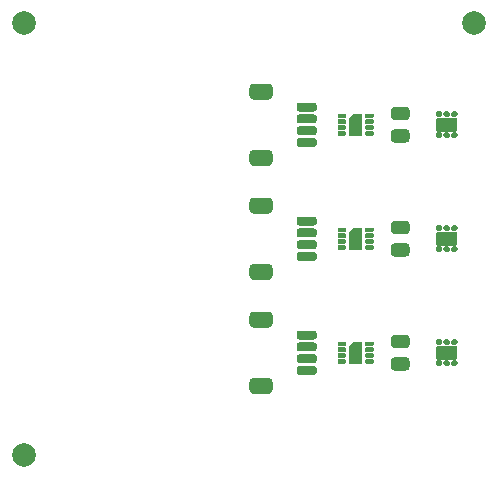
<source format=gts>
G04 #@! TF.GenerationSoftware,KiCad,Pcbnew,6.0.2+dfsg-1*
G04 #@! TF.CreationDate,2023-06-21T21:46:00-06:00*
G04 #@! TF.ProjectId,i2c-wxsns-array,6932632d-7778-4736-9e73-2d6172726179,rev?*
G04 #@! TF.SameCoordinates,Original*
G04 #@! TF.FileFunction,Soldermask,Top*
G04 #@! TF.FilePolarity,Negative*
%FSLAX46Y46*%
G04 Gerber Fmt 4.6, Leading zero omitted, Abs format (unit mm)*
G04 Created by KiCad (PCBNEW 6.0.2+dfsg-1) date 2023-06-21 21:46:00*
%MOMM*%
%LPD*%
G01*
G04 APERTURE LIST*
%ADD10C,2.000000*%
G04 APERTURE END LIST*
G36*
G01*
X49192800Y-25547000D02*
X49192800Y-25297000D01*
G75*
G02*
X49269000Y-25220800I76200J0D01*
G01*
X49819000Y-25220800D01*
G75*
G02*
X49895200Y-25297000I0J-76200D01*
G01*
X49895200Y-25547000D01*
G75*
G02*
X49819000Y-25623200I-76200J0D01*
G01*
X49269000Y-25623200D01*
G75*
G02*
X49192800Y-25547000I0J76200D01*
G01*
G37*
G36*
G01*
X49192800Y-26047000D02*
X49192800Y-25797000D01*
G75*
G02*
X49269000Y-25720800I76200J0D01*
G01*
X49819000Y-25720800D01*
G75*
G02*
X49895200Y-25797000I0J-76200D01*
G01*
X49895200Y-26047000D01*
G75*
G02*
X49819000Y-26123200I-76200J0D01*
G01*
X49269000Y-26123200D01*
G75*
G02*
X49192800Y-26047000I0J76200D01*
G01*
G37*
G36*
G01*
X49192800Y-26547000D02*
X49192800Y-26297000D01*
G75*
G02*
X49269000Y-26220800I76200J0D01*
G01*
X49819000Y-26220800D01*
G75*
G02*
X49895200Y-26297000I0J-76200D01*
G01*
X49895200Y-26547000D01*
G75*
G02*
X49819000Y-26623200I-76200J0D01*
G01*
X49269000Y-26623200D01*
G75*
G02*
X49192800Y-26547000I0J76200D01*
G01*
G37*
G36*
G01*
X49895200Y-26797000D02*
X49895200Y-27047000D01*
G75*
G02*
X49819000Y-27123200I-76200J0D01*
G01*
X49269000Y-27123200D01*
G75*
G02*
X49192800Y-27047000I0J76200D01*
G01*
X49192800Y-26797000D01*
G75*
G02*
X49269000Y-26720800I76200J0D01*
G01*
X49819000Y-26720800D01*
G75*
G02*
X49895200Y-26797000I0J-76200D01*
G01*
G37*
G36*
G01*
X51542800Y-27047000D02*
X51542800Y-26797000D01*
G75*
G02*
X51619000Y-26720800I76200J0D01*
G01*
X52169000Y-26720800D01*
G75*
G02*
X52245200Y-26797000I0J-76200D01*
G01*
X52245200Y-27047000D01*
G75*
G02*
X52169000Y-27123200I-76200J0D01*
G01*
X51619000Y-27123200D01*
G75*
G02*
X51542800Y-27047000I0J76200D01*
G01*
G37*
G36*
G01*
X51542800Y-26547000D02*
X51542800Y-26297000D01*
G75*
G02*
X51619000Y-26220800I76200J0D01*
G01*
X52169000Y-26220800D01*
G75*
G02*
X52245200Y-26297000I0J-76200D01*
G01*
X52245200Y-26547000D01*
G75*
G02*
X52169000Y-26623200I-76200J0D01*
G01*
X51619000Y-26623200D01*
G75*
G02*
X51542800Y-26547000I0J76200D01*
G01*
G37*
G36*
G01*
X51542800Y-26047000D02*
X51542800Y-25797000D01*
G75*
G02*
X51619000Y-25720800I76200J0D01*
G01*
X52169000Y-25720800D01*
G75*
G02*
X52245200Y-25797000I0J-76200D01*
G01*
X52245200Y-26047000D01*
G75*
G02*
X52169000Y-26123200I-76200J0D01*
G01*
X51619000Y-26123200D01*
G75*
G02*
X51542800Y-26047000I0J76200D01*
G01*
G37*
G36*
G01*
X51542800Y-25547000D02*
X51542800Y-25297000D01*
G75*
G02*
X51619000Y-25220800I76200J0D01*
G01*
X52169000Y-25220800D01*
G75*
G02*
X52245200Y-25297000I0J-76200D01*
G01*
X52245200Y-25547000D01*
G75*
G02*
X52169000Y-25623200I-76200J0D01*
G01*
X51619000Y-25623200D01*
G75*
G02*
X51542800Y-25547000I0J76200D01*
G01*
G37*
G36*
X51267980Y-25263627D02*
G01*
X51294042Y-25308768D01*
X51295200Y-25322000D01*
X51295200Y-27022000D01*
X51277373Y-27070980D01*
X51232232Y-27097042D01*
X51219000Y-27098200D01*
X50219000Y-27098200D01*
X50170020Y-27080373D01*
X50143958Y-27035232D01*
X50142800Y-27022000D01*
X50142800Y-25622000D01*
X50160627Y-25573020D01*
X50165118Y-25568118D01*
X50465118Y-25268118D01*
X50512359Y-25246090D01*
X50519000Y-25245800D01*
X51219000Y-25245800D01*
X51267980Y-25263627D01*
G37*
D10*
X60720000Y-17540000D03*
G36*
G01*
X45966000Y-24299800D02*
X47216000Y-24299800D01*
G75*
G02*
X47442200Y-24526000I0J-226200D01*
G01*
X47442200Y-24826000D01*
G75*
G02*
X47216000Y-25052200I-226200J0D01*
G01*
X45966000Y-25052200D01*
G75*
G02*
X45739800Y-24826000I0J226200D01*
G01*
X45739800Y-24526000D01*
G75*
G02*
X45966000Y-24299800I226200J0D01*
G01*
G37*
G36*
G01*
X45966000Y-25299800D02*
X47216000Y-25299800D01*
G75*
G02*
X47442200Y-25526000I0J-226200D01*
G01*
X47442200Y-25826000D01*
G75*
G02*
X47216000Y-26052200I-226200J0D01*
G01*
X45966000Y-26052200D01*
G75*
G02*
X45739800Y-25826000I0J226200D01*
G01*
X45739800Y-25526000D01*
G75*
G02*
X45966000Y-25299800I226200J0D01*
G01*
G37*
G36*
G01*
X45966000Y-26299800D02*
X47216000Y-26299800D01*
G75*
G02*
X47442200Y-26526000I0J-226200D01*
G01*
X47442200Y-26826000D01*
G75*
G02*
X47216000Y-27052200I-226200J0D01*
G01*
X45966000Y-27052200D01*
G75*
G02*
X45739800Y-26826000I0J226200D01*
G01*
X45739800Y-26526000D01*
G75*
G02*
X45966000Y-26299800I226200J0D01*
G01*
G37*
G36*
G01*
X45966000Y-27299800D02*
X47216000Y-27299800D01*
G75*
G02*
X47442200Y-27526000I0J-226200D01*
G01*
X47442200Y-27826000D01*
G75*
G02*
X47216000Y-28052200I-226200J0D01*
G01*
X45966000Y-28052200D01*
G75*
G02*
X45739800Y-27826000I0J226200D01*
G01*
X45739800Y-27526000D01*
G75*
G02*
X45966000Y-27299800I226200J0D01*
G01*
G37*
G36*
G01*
X42066000Y-28299800D02*
X43366000Y-28299800D01*
G75*
G02*
X43692200Y-28626000I0J-326200D01*
G01*
X43692200Y-29326000D01*
G75*
G02*
X43366000Y-29652200I-326200J0D01*
G01*
X42066000Y-29652200D01*
G75*
G02*
X41739800Y-29326000I0J326200D01*
G01*
X41739800Y-28626000D01*
G75*
G02*
X42066000Y-28299800I326200J0D01*
G01*
G37*
G36*
G01*
X42066000Y-22699800D02*
X43366000Y-22699800D01*
G75*
G02*
X43692200Y-23026000I0J-326200D01*
G01*
X43692200Y-23726000D01*
G75*
G02*
X43366000Y-24052200I-326200J0D01*
G01*
X42066000Y-24052200D01*
G75*
G02*
X41739800Y-23726000I0J326200D01*
G01*
X41739800Y-23026000D01*
G75*
G02*
X42066000Y-22699800I326200J0D01*
G01*
G37*
G36*
G01*
X57890250Y-46627200D02*
X57677750Y-46627200D01*
G75*
G02*
X57507800Y-46457250I0J169950D01*
G01*
X57507800Y-46269750D01*
G75*
G02*
X57677750Y-46099800I169950J0D01*
G01*
X57890250Y-46099800D01*
G75*
G02*
X58060200Y-46269750I0J-169950D01*
G01*
X58060200Y-46457250D01*
G75*
G02*
X57890250Y-46627200I-169950J0D01*
G01*
G37*
G36*
G01*
X58540250Y-46627200D02*
X58327750Y-46627200D01*
G75*
G02*
X58157800Y-46457250I0J169950D01*
G01*
X58157800Y-46269750D01*
G75*
G02*
X58327750Y-46099800I169950J0D01*
G01*
X58540250Y-46099800D01*
G75*
G02*
X58710200Y-46269750I0J-169950D01*
G01*
X58710200Y-46457250D01*
G75*
G02*
X58540250Y-46627200I-169950J0D01*
G01*
G37*
G36*
G01*
X59190250Y-46627200D02*
X58977750Y-46627200D01*
G75*
G02*
X58807800Y-46457250I0J169950D01*
G01*
X58807800Y-46269750D01*
G75*
G02*
X58977750Y-46099800I169950J0D01*
G01*
X59190250Y-46099800D01*
G75*
G02*
X59360200Y-46269750I0J-169950D01*
G01*
X59360200Y-46457250D01*
G75*
G02*
X59190250Y-46627200I-169950J0D01*
G01*
G37*
G36*
G01*
X59190250Y-44852200D02*
X58977750Y-44852200D01*
G75*
G02*
X58807800Y-44682250I0J169950D01*
G01*
X58807800Y-44494750D01*
G75*
G02*
X58977750Y-44324800I169950J0D01*
G01*
X59190250Y-44324800D01*
G75*
G02*
X59360200Y-44494750I0J-169950D01*
G01*
X59360200Y-44682250D01*
G75*
G02*
X59190250Y-44852200I-169950J0D01*
G01*
G37*
G36*
G01*
X58540250Y-44852200D02*
X58327750Y-44852200D01*
G75*
G02*
X58157800Y-44682250I0J169950D01*
G01*
X58157800Y-44494750D01*
G75*
G02*
X58327750Y-44324800I169950J0D01*
G01*
X58540250Y-44324800D01*
G75*
G02*
X58710200Y-44494750I0J-169950D01*
G01*
X58710200Y-44682250D01*
G75*
G02*
X58540250Y-44852200I-169950J0D01*
G01*
G37*
G36*
G01*
X57890250Y-44852200D02*
X57677750Y-44852200D01*
G75*
G02*
X57507800Y-44682250I0J169950D01*
G01*
X57507800Y-44494750D01*
G75*
G02*
X57677750Y-44324800I169950J0D01*
G01*
X57890250Y-44324800D01*
G75*
G02*
X58060200Y-44494750I0J-169950D01*
G01*
X58060200Y-44682250D01*
G75*
G02*
X57890250Y-44852200I-169950J0D01*
G01*
G37*
G36*
G01*
X59234000Y-46052200D02*
X57634000Y-46052200D01*
G75*
G02*
X57557800Y-45976000I0J76200D01*
G01*
X57557800Y-44976000D01*
G75*
G02*
X57634000Y-44899800I76200J0D01*
G01*
X59234000Y-44899800D01*
G75*
G02*
X59310200Y-44976000I0J-76200D01*
G01*
X59310200Y-45976000D01*
G75*
G02*
X59234000Y-46052200I-76200J0D01*
G01*
G37*
G36*
G01*
X49192800Y-44851000D02*
X49192800Y-44601000D01*
G75*
G02*
X49269000Y-44524800I76200J0D01*
G01*
X49819000Y-44524800D01*
G75*
G02*
X49895200Y-44601000I0J-76200D01*
G01*
X49895200Y-44851000D01*
G75*
G02*
X49819000Y-44927200I-76200J0D01*
G01*
X49269000Y-44927200D01*
G75*
G02*
X49192800Y-44851000I0J76200D01*
G01*
G37*
G36*
G01*
X49192800Y-45351000D02*
X49192800Y-45101000D01*
G75*
G02*
X49269000Y-45024800I76200J0D01*
G01*
X49819000Y-45024800D01*
G75*
G02*
X49895200Y-45101000I0J-76200D01*
G01*
X49895200Y-45351000D01*
G75*
G02*
X49819000Y-45427200I-76200J0D01*
G01*
X49269000Y-45427200D01*
G75*
G02*
X49192800Y-45351000I0J76200D01*
G01*
G37*
G36*
G01*
X49192800Y-45851000D02*
X49192800Y-45601000D01*
G75*
G02*
X49269000Y-45524800I76200J0D01*
G01*
X49819000Y-45524800D01*
G75*
G02*
X49895200Y-45601000I0J-76200D01*
G01*
X49895200Y-45851000D01*
G75*
G02*
X49819000Y-45927200I-76200J0D01*
G01*
X49269000Y-45927200D01*
G75*
G02*
X49192800Y-45851000I0J76200D01*
G01*
G37*
G36*
G01*
X49895200Y-46101000D02*
X49895200Y-46351000D01*
G75*
G02*
X49819000Y-46427200I-76200J0D01*
G01*
X49269000Y-46427200D01*
G75*
G02*
X49192800Y-46351000I0J76200D01*
G01*
X49192800Y-46101000D01*
G75*
G02*
X49269000Y-46024800I76200J0D01*
G01*
X49819000Y-46024800D01*
G75*
G02*
X49895200Y-46101000I0J-76200D01*
G01*
G37*
G36*
G01*
X51542800Y-46351000D02*
X51542800Y-46101000D01*
G75*
G02*
X51619000Y-46024800I76200J0D01*
G01*
X52169000Y-46024800D01*
G75*
G02*
X52245200Y-46101000I0J-76200D01*
G01*
X52245200Y-46351000D01*
G75*
G02*
X52169000Y-46427200I-76200J0D01*
G01*
X51619000Y-46427200D01*
G75*
G02*
X51542800Y-46351000I0J76200D01*
G01*
G37*
G36*
G01*
X51542800Y-45851000D02*
X51542800Y-45601000D01*
G75*
G02*
X51619000Y-45524800I76200J0D01*
G01*
X52169000Y-45524800D01*
G75*
G02*
X52245200Y-45601000I0J-76200D01*
G01*
X52245200Y-45851000D01*
G75*
G02*
X52169000Y-45927200I-76200J0D01*
G01*
X51619000Y-45927200D01*
G75*
G02*
X51542800Y-45851000I0J76200D01*
G01*
G37*
G36*
G01*
X51542800Y-45351000D02*
X51542800Y-45101000D01*
G75*
G02*
X51619000Y-45024800I76200J0D01*
G01*
X52169000Y-45024800D01*
G75*
G02*
X52245200Y-45101000I0J-76200D01*
G01*
X52245200Y-45351000D01*
G75*
G02*
X52169000Y-45427200I-76200J0D01*
G01*
X51619000Y-45427200D01*
G75*
G02*
X51542800Y-45351000I0J76200D01*
G01*
G37*
G36*
G01*
X51542800Y-44851000D02*
X51542800Y-44601000D01*
G75*
G02*
X51619000Y-44524800I76200J0D01*
G01*
X52169000Y-44524800D01*
G75*
G02*
X52245200Y-44601000I0J-76200D01*
G01*
X52245200Y-44851000D01*
G75*
G02*
X52169000Y-44927200I-76200J0D01*
G01*
X51619000Y-44927200D01*
G75*
G02*
X51542800Y-44851000I0J76200D01*
G01*
G37*
G36*
X51267980Y-44567627D02*
G01*
X51294042Y-44612768D01*
X51295200Y-44626000D01*
X51295200Y-46326000D01*
X51277373Y-46374980D01*
X51232232Y-46401042D01*
X51219000Y-46402200D01*
X50219000Y-46402200D01*
X50170020Y-46384373D01*
X50143958Y-46339232D01*
X50142800Y-46326000D01*
X50142800Y-44926000D01*
X50160627Y-44877020D01*
X50165118Y-44872118D01*
X50465118Y-44572118D01*
X50512359Y-44550090D01*
X50519000Y-44549800D01*
X51219000Y-44549800D01*
X51267980Y-44567627D01*
G37*
G36*
G01*
X57890250Y-27323200D02*
X57677750Y-27323200D01*
G75*
G02*
X57507800Y-27153250I0J169950D01*
G01*
X57507800Y-26965750D01*
G75*
G02*
X57677750Y-26795800I169950J0D01*
G01*
X57890250Y-26795800D01*
G75*
G02*
X58060200Y-26965750I0J-169950D01*
G01*
X58060200Y-27153250D01*
G75*
G02*
X57890250Y-27323200I-169950J0D01*
G01*
G37*
G36*
G01*
X58540250Y-27323200D02*
X58327750Y-27323200D01*
G75*
G02*
X58157800Y-27153250I0J169950D01*
G01*
X58157800Y-26965750D01*
G75*
G02*
X58327750Y-26795800I169950J0D01*
G01*
X58540250Y-26795800D01*
G75*
G02*
X58710200Y-26965750I0J-169950D01*
G01*
X58710200Y-27153250D01*
G75*
G02*
X58540250Y-27323200I-169950J0D01*
G01*
G37*
G36*
G01*
X59190250Y-27323200D02*
X58977750Y-27323200D01*
G75*
G02*
X58807800Y-27153250I0J169950D01*
G01*
X58807800Y-26965750D01*
G75*
G02*
X58977750Y-26795800I169950J0D01*
G01*
X59190250Y-26795800D01*
G75*
G02*
X59360200Y-26965750I0J-169950D01*
G01*
X59360200Y-27153250D01*
G75*
G02*
X59190250Y-27323200I-169950J0D01*
G01*
G37*
G36*
G01*
X59190250Y-25548200D02*
X58977750Y-25548200D01*
G75*
G02*
X58807800Y-25378250I0J169950D01*
G01*
X58807800Y-25190750D01*
G75*
G02*
X58977750Y-25020800I169950J0D01*
G01*
X59190250Y-25020800D01*
G75*
G02*
X59360200Y-25190750I0J-169950D01*
G01*
X59360200Y-25378250D01*
G75*
G02*
X59190250Y-25548200I-169950J0D01*
G01*
G37*
G36*
G01*
X58540250Y-25548200D02*
X58327750Y-25548200D01*
G75*
G02*
X58157800Y-25378250I0J169950D01*
G01*
X58157800Y-25190750D01*
G75*
G02*
X58327750Y-25020800I169950J0D01*
G01*
X58540250Y-25020800D01*
G75*
G02*
X58710200Y-25190750I0J-169950D01*
G01*
X58710200Y-25378250D01*
G75*
G02*
X58540250Y-25548200I-169950J0D01*
G01*
G37*
G36*
G01*
X57890250Y-25548200D02*
X57677750Y-25548200D01*
G75*
G02*
X57507800Y-25378250I0J169950D01*
G01*
X57507800Y-25190750D01*
G75*
G02*
X57677750Y-25020800I169950J0D01*
G01*
X57890250Y-25020800D01*
G75*
G02*
X58060200Y-25190750I0J-169950D01*
G01*
X58060200Y-25378250D01*
G75*
G02*
X57890250Y-25548200I-169950J0D01*
G01*
G37*
G36*
G01*
X59234000Y-26748200D02*
X57634000Y-26748200D01*
G75*
G02*
X57557800Y-26672000I0J76200D01*
G01*
X57557800Y-25672000D01*
G75*
G02*
X57634000Y-25595800I76200J0D01*
G01*
X59234000Y-25595800D01*
G75*
G02*
X59310200Y-25672000I0J-76200D01*
G01*
X59310200Y-26672000D01*
G75*
G02*
X59234000Y-26748200I-76200J0D01*
G01*
G37*
G36*
G01*
X54972000Y-27698200D02*
X54022000Y-27698200D01*
G75*
G02*
X53695800Y-27372000I0J326200D01*
G01*
X53695800Y-26872000D01*
G75*
G02*
X54022000Y-26545800I326200J0D01*
G01*
X54972000Y-26545800D01*
G75*
G02*
X55298200Y-26872000I0J-326200D01*
G01*
X55298200Y-27372000D01*
G75*
G02*
X54972000Y-27698200I-326200J0D01*
G01*
G37*
G36*
G01*
X54972000Y-25798200D02*
X54022000Y-25798200D01*
G75*
G02*
X53695800Y-25472000I0J326200D01*
G01*
X53695800Y-24972000D01*
G75*
G02*
X54022000Y-24645800I326200J0D01*
G01*
X54972000Y-24645800D01*
G75*
G02*
X55298200Y-24972000I0J-326200D01*
G01*
X55298200Y-25472000D01*
G75*
G02*
X54972000Y-25798200I-326200J0D01*
G01*
G37*
G36*
G01*
X57890250Y-36975200D02*
X57677750Y-36975200D01*
G75*
G02*
X57507800Y-36805250I0J169950D01*
G01*
X57507800Y-36617750D01*
G75*
G02*
X57677750Y-36447800I169950J0D01*
G01*
X57890250Y-36447800D01*
G75*
G02*
X58060200Y-36617750I0J-169950D01*
G01*
X58060200Y-36805250D01*
G75*
G02*
X57890250Y-36975200I-169950J0D01*
G01*
G37*
G36*
G01*
X58540250Y-36975200D02*
X58327750Y-36975200D01*
G75*
G02*
X58157800Y-36805250I0J169950D01*
G01*
X58157800Y-36617750D01*
G75*
G02*
X58327750Y-36447800I169950J0D01*
G01*
X58540250Y-36447800D01*
G75*
G02*
X58710200Y-36617750I0J-169950D01*
G01*
X58710200Y-36805250D01*
G75*
G02*
X58540250Y-36975200I-169950J0D01*
G01*
G37*
G36*
G01*
X59190250Y-36975200D02*
X58977750Y-36975200D01*
G75*
G02*
X58807800Y-36805250I0J169950D01*
G01*
X58807800Y-36617750D01*
G75*
G02*
X58977750Y-36447800I169950J0D01*
G01*
X59190250Y-36447800D01*
G75*
G02*
X59360200Y-36617750I0J-169950D01*
G01*
X59360200Y-36805250D01*
G75*
G02*
X59190250Y-36975200I-169950J0D01*
G01*
G37*
G36*
G01*
X59190250Y-35200200D02*
X58977750Y-35200200D01*
G75*
G02*
X58807800Y-35030250I0J169950D01*
G01*
X58807800Y-34842750D01*
G75*
G02*
X58977750Y-34672800I169950J0D01*
G01*
X59190250Y-34672800D01*
G75*
G02*
X59360200Y-34842750I0J-169950D01*
G01*
X59360200Y-35030250D01*
G75*
G02*
X59190250Y-35200200I-169950J0D01*
G01*
G37*
G36*
G01*
X58540250Y-35200200D02*
X58327750Y-35200200D01*
G75*
G02*
X58157800Y-35030250I0J169950D01*
G01*
X58157800Y-34842750D01*
G75*
G02*
X58327750Y-34672800I169950J0D01*
G01*
X58540250Y-34672800D01*
G75*
G02*
X58710200Y-34842750I0J-169950D01*
G01*
X58710200Y-35030250D01*
G75*
G02*
X58540250Y-35200200I-169950J0D01*
G01*
G37*
G36*
G01*
X57890250Y-35200200D02*
X57677750Y-35200200D01*
G75*
G02*
X57507800Y-35030250I0J169950D01*
G01*
X57507800Y-34842750D01*
G75*
G02*
X57677750Y-34672800I169950J0D01*
G01*
X57890250Y-34672800D01*
G75*
G02*
X58060200Y-34842750I0J-169950D01*
G01*
X58060200Y-35030250D01*
G75*
G02*
X57890250Y-35200200I-169950J0D01*
G01*
G37*
G36*
G01*
X59234000Y-36400200D02*
X57634000Y-36400200D01*
G75*
G02*
X57557800Y-36324000I0J76200D01*
G01*
X57557800Y-35324000D01*
G75*
G02*
X57634000Y-35247800I76200J0D01*
G01*
X59234000Y-35247800D01*
G75*
G02*
X59310200Y-35324000I0J-76200D01*
G01*
X59310200Y-36324000D01*
G75*
G02*
X59234000Y-36400200I-76200J0D01*
G01*
G37*
G36*
G01*
X54972000Y-37350200D02*
X54022000Y-37350200D01*
G75*
G02*
X53695800Y-37024000I0J326200D01*
G01*
X53695800Y-36524000D01*
G75*
G02*
X54022000Y-36197800I326200J0D01*
G01*
X54972000Y-36197800D01*
G75*
G02*
X55298200Y-36524000I0J-326200D01*
G01*
X55298200Y-37024000D01*
G75*
G02*
X54972000Y-37350200I-326200J0D01*
G01*
G37*
G36*
G01*
X54972000Y-35450200D02*
X54022000Y-35450200D01*
G75*
G02*
X53695800Y-35124000I0J326200D01*
G01*
X53695800Y-34624000D01*
G75*
G02*
X54022000Y-34297800I326200J0D01*
G01*
X54972000Y-34297800D01*
G75*
G02*
X55298200Y-34624000I0J-326200D01*
G01*
X55298200Y-35124000D01*
G75*
G02*
X54972000Y-35450200I-326200J0D01*
G01*
G37*
G36*
G01*
X45966000Y-43603800D02*
X47216000Y-43603800D01*
G75*
G02*
X47442200Y-43830000I0J-226200D01*
G01*
X47442200Y-44130000D01*
G75*
G02*
X47216000Y-44356200I-226200J0D01*
G01*
X45966000Y-44356200D01*
G75*
G02*
X45739800Y-44130000I0J226200D01*
G01*
X45739800Y-43830000D01*
G75*
G02*
X45966000Y-43603800I226200J0D01*
G01*
G37*
G36*
G01*
X45966000Y-44603800D02*
X47216000Y-44603800D01*
G75*
G02*
X47442200Y-44830000I0J-226200D01*
G01*
X47442200Y-45130000D01*
G75*
G02*
X47216000Y-45356200I-226200J0D01*
G01*
X45966000Y-45356200D01*
G75*
G02*
X45739800Y-45130000I0J226200D01*
G01*
X45739800Y-44830000D01*
G75*
G02*
X45966000Y-44603800I226200J0D01*
G01*
G37*
G36*
G01*
X45966000Y-45603800D02*
X47216000Y-45603800D01*
G75*
G02*
X47442200Y-45830000I0J-226200D01*
G01*
X47442200Y-46130000D01*
G75*
G02*
X47216000Y-46356200I-226200J0D01*
G01*
X45966000Y-46356200D01*
G75*
G02*
X45739800Y-46130000I0J226200D01*
G01*
X45739800Y-45830000D01*
G75*
G02*
X45966000Y-45603800I226200J0D01*
G01*
G37*
G36*
G01*
X45966000Y-46603800D02*
X47216000Y-46603800D01*
G75*
G02*
X47442200Y-46830000I0J-226200D01*
G01*
X47442200Y-47130000D01*
G75*
G02*
X47216000Y-47356200I-226200J0D01*
G01*
X45966000Y-47356200D01*
G75*
G02*
X45739800Y-47130000I0J226200D01*
G01*
X45739800Y-46830000D01*
G75*
G02*
X45966000Y-46603800I226200J0D01*
G01*
G37*
G36*
G01*
X42066000Y-42003800D02*
X43366000Y-42003800D01*
G75*
G02*
X43692200Y-42330000I0J-326200D01*
G01*
X43692200Y-43030000D01*
G75*
G02*
X43366000Y-43356200I-326200J0D01*
G01*
X42066000Y-43356200D01*
G75*
G02*
X41739800Y-43030000I0J326200D01*
G01*
X41739800Y-42330000D01*
G75*
G02*
X42066000Y-42003800I326200J0D01*
G01*
G37*
G36*
G01*
X42066000Y-47603800D02*
X43366000Y-47603800D01*
G75*
G02*
X43692200Y-47930000I0J-326200D01*
G01*
X43692200Y-48630000D01*
G75*
G02*
X43366000Y-48956200I-326200J0D01*
G01*
X42066000Y-48956200D01*
G75*
G02*
X41739800Y-48630000I0J326200D01*
G01*
X41739800Y-47930000D01*
G75*
G02*
X42066000Y-47603800I326200J0D01*
G01*
G37*
X22620000Y-54116000D03*
G36*
G01*
X45966000Y-33951800D02*
X47216000Y-33951800D01*
G75*
G02*
X47442200Y-34178000I0J-226200D01*
G01*
X47442200Y-34478000D01*
G75*
G02*
X47216000Y-34704200I-226200J0D01*
G01*
X45966000Y-34704200D01*
G75*
G02*
X45739800Y-34478000I0J226200D01*
G01*
X45739800Y-34178000D01*
G75*
G02*
X45966000Y-33951800I226200J0D01*
G01*
G37*
G36*
G01*
X45966000Y-34951800D02*
X47216000Y-34951800D01*
G75*
G02*
X47442200Y-35178000I0J-226200D01*
G01*
X47442200Y-35478000D01*
G75*
G02*
X47216000Y-35704200I-226200J0D01*
G01*
X45966000Y-35704200D01*
G75*
G02*
X45739800Y-35478000I0J226200D01*
G01*
X45739800Y-35178000D01*
G75*
G02*
X45966000Y-34951800I226200J0D01*
G01*
G37*
G36*
G01*
X45966000Y-35951800D02*
X47216000Y-35951800D01*
G75*
G02*
X47442200Y-36178000I0J-226200D01*
G01*
X47442200Y-36478000D01*
G75*
G02*
X47216000Y-36704200I-226200J0D01*
G01*
X45966000Y-36704200D01*
G75*
G02*
X45739800Y-36478000I0J226200D01*
G01*
X45739800Y-36178000D01*
G75*
G02*
X45966000Y-35951800I226200J0D01*
G01*
G37*
G36*
G01*
X45966000Y-36951800D02*
X47216000Y-36951800D01*
G75*
G02*
X47442200Y-37178000I0J-226200D01*
G01*
X47442200Y-37478000D01*
G75*
G02*
X47216000Y-37704200I-226200J0D01*
G01*
X45966000Y-37704200D01*
G75*
G02*
X45739800Y-37478000I0J226200D01*
G01*
X45739800Y-37178000D01*
G75*
G02*
X45966000Y-36951800I226200J0D01*
G01*
G37*
G36*
G01*
X42066000Y-37951800D02*
X43366000Y-37951800D01*
G75*
G02*
X43692200Y-38278000I0J-326200D01*
G01*
X43692200Y-38978000D01*
G75*
G02*
X43366000Y-39304200I-326200J0D01*
G01*
X42066000Y-39304200D01*
G75*
G02*
X41739800Y-38978000I0J326200D01*
G01*
X41739800Y-38278000D01*
G75*
G02*
X42066000Y-37951800I326200J0D01*
G01*
G37*
G36*
G01*
X42066000Y-32351800D02*
X43366000Y-32351800D01*
G75*
G02*
X43692200Y-32678000I0J-326200D01*
G01*
X43692200Y-33378000D01*
G75*
G02*
X43366000Y-33704200I-326200J0D01*
G01*
X42066000Y-33704200D01*
G75*
G02*
X41739800Y-33378000I0J326200D01*
G01*
X41739800Y-32678000D01*
G75*
G02*
X42066000Y-32351800I326200J0D01*
G01*
G37*
X22620000Y-17540000D03*
G36*
G01*
X54972000Y-47002200D02*
X54022000Y-47002200D01*
G75*
G02*
X53695800Y-46676000I0J326200D01*
G01*
X53695800Y-46176000D01*
G75*
G02*
X54022000Y-45849800I326200J0D01*
G01*
X54972000Y-45849800D01*
G75*
G02*
X55298200Y-46176000I0J-326200D01*
G01*
X55298200Y-46676000D01*
G75*
G02*
X54972000Y-47002200I-326200J0D01*
G01*
G37*
G36*
G01*
X54972000Y-45102200D02*
X54022000Y-45102200D01*
G75*
G02*
X53695800Y-44776000I0J326200D01*
G01*
X53695800Y-44276000D01*
G75*
G02*
X54022000Y-43949800I326200J0D01*
G01*
X54972000Y-43949800D01*
G75*
G02*
X55298200Y-44276000I0J-326200D01*
G01*
X55298200Y-44776000D01*
G75*
G02*
X54972000Y-45102200I-326200J0D01*
G01*
G37*
G36*
G01*
X49192800Y-35199000D02*
X49192800Y-34949000D01*
G75*
G02*
X49269000Y-34872800I76200J0D01*
G01*
X49819000Y-34872800D01*
G75*
G02*
X49895200Y-34949000I0J-76200D01*
G01*
X49895200Y-35199000D01*
G75*
G02*
X49819000Y-35275200I-76200J0D01*
G01*
X49269000Y-35275200D01*
G75*
G02*
X49192800Y-35199000I0J76200D01*
G01*
G37*
G36*
G01*
X49192800Y-35699000D02*
X49192800Y-35449000D01*
G75*
G02*
X49269000Y-35372800I76200J0D01*
G01*
X49819000Y-35372800D01*
G75*
G02*
X49895200Y-35449000I0J-76200D01*
G01*
X49895200Y-35699000D01*
G75*
G02*
X49819000Y-35775200I-76200J0D01*
G01*
X49269000Y-35775200D01*
G75*
G02*
X49192800Y-35699000I0J76200D01*
G01*
G37*
G36*
G01*
X49192800Y-36199000D02*
X49192800Y-35949000D01*
G75*
G02*
X49269000Y-35872800I76200J0D01*
G01*
X49819000Y-35872800D01*
G75*
G02*
X49895200Y-35949000I0J-76200D01*
G01*
X49895200Y-36199000D01*
G75*
G02*
X49819000Y-36275200I-76200J0D01*
G01*
X49269000Y-36275200D01*
G75*
G02*
X49192800Y-36199000I0J76200D01*
G01*
G37*
G36*
G01*
X49895200Y-36449000D02*
X49895200Y-36699000D01*
G75*
G02*
X49819000Y-36775200I-76200J0D01*
G01*
X49269000Y-36775200D01*
G75*
G02*
X49192800Y-36699000I0J76200D01*
G01*
X49192800Y-36449000D01*
G75*
G02*
X49269000Y-36372800I76200J0D01*
G01*
X49819000Y-36372800D01*
G75*
G02*
X49895200Y-36449000I0J-76200D01*
G01*
G37*
G36*
G01*
X51542800Y-36699000D02*
X51542800Y-36449000D01*
G75*
G02*
X51619000Y-36372800I76200J0D01*
G01*
X52169000Y-36372800D01*
G75*
G02*
X52245200Y-36449000I0J-76200D01*
G01*
X52245200Y-36699000D01*
G75*
G02*
X52169000Y-36775200I-76200J0D01*
G01*
X51619000Y-36775200D01*
G75*
G02*
X51542800Y-36699000I0J76200D01*
G01*
G37*
G36*
G01*
X51542800Y-36199000D02*
X51542800Y-35949000D01*
G75*
G02*
X51619000Y-35872800I76200J0D01*
G01*
X52169000Y-35872800D01*
G75*
G02*
X52245200Y-35949000I0J-76200D01*
G01*
X52245200Y-36199000D01*
G75*
G02*
X52169000Y-36275200I-76200J0D01*
G01*
X51619000Y-36275200D01*
G75*
G02*
X51542800Y-36199000I0J76200D01*
G01*
G37*
G36*
G01*
X51542800Y-35699000D02*
X51542800Y-35449000D01*
G75*
G02*
X51619000Y-35372800I76200J0D01*
G01*
X52169000Y-35372800D01*
G75*
G02*
X52245200Y-35449000I0J-76200D01*
G01*
X52245200Y-35699000D01*
G75*
G02*
X52169000Y-35775200I-76200J0D01*
G01*
X51619000Y-35775200D01*
G75*
G02*
X51542800Y-35699000I0J76200D01*
G01*
G37*
G36*
G01*
X51542800Y-35199000D02*
X51542800Y-34949000D01*
G75*
G02*
X51619000Y-34872800I76200J0D01*
G01*
X52169000Y-34872800D01*
G75*
G02*
X52245200Y-34949000I0J-76200D01*
G01*
X52245200Y-35199000D01*
G75*
G02*
X52169000Y-35275200I-76200J0D01*
G01*
X51619000Y-35275200D01*
G75*
G02*
X51542800Y-35199000I0J76200D01*
G01*
G37*
G36*
X51267980Y-34915627D02*
G01*
X51294042Y-34960768D01*
X51295200Y-34974000D01*
X51295200Y-36674000D01*
X51277373Y-36722980D01*
X51232232Y-36749042D01*
X51219000Y-36750200D01*
X50219000Y-36750200D01*
X50170020Y-36732373D01*
X50143958Y-36687232D01*
X50142800Y-36674000D01*
X50142800Y-35274000D01*
X50160627Y-35225020D01*
X50165118Y-35220118D01*
X50465118Y-34920118D01*
X50512359Y-34898090D01*
X50519000Y-34897800D01*
X51219000Y-34897800D01*
X51267980Y-34915627D01*
G37*
M02*

</source>
